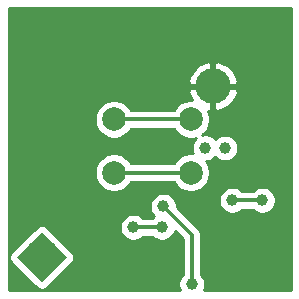
<source format=gbr>
G04 #@! TF.GenerationSoftware,KiCad,Pcbnew,(5.1.2)-1*
G04 #@! TF.CreationDate,2019-08-24T00:01:25+03:00*
G04 #@! TF.ProjectId,PomodoroTomatoTimer,506f6d6f-646f-4726-9f54-6f6d61746f54,rev?*
G04 #@! TF.SameCoordinates,Original*
G04 #@! TF.FileFunction,Copper,L2,Bot*
G04 #@! TF.FilePolarity,Positive*
%FSLAX46Y46*%
G04 Gerber Fmt 4.6, Leading zero omitted, Abs format (unit mm)*
G04 Created by KiCad (PCBNEW (5.1.2)-1) date 2019-08-24 00:01:25*
%MOMM*%
%LPD*%
G04 APERTURE LIST*
%ADD10C,2.000000*%
%ADD11C,3.000000*%
%ADD12C,0.100000*%
%ADD13C,1.000000*%
%ADD14C,0.800000*%
%ADD15C,0.300000*%
%ADD16C,0.254000*%
G04 APERTURE END LIST*
D10*
X136652000Y-90860000D03*
X136652000Y-86360000D03*
X143152000Y-90860000D03*
X143152000Y-86360000D03*
D11*
X145044618Y-83555382D03*
X130556000Y-98044000D03*
D12*
G36*
X130556000Y-100165320D02*
G01*
X128434680Y-98044000D01*
X130556000Y-95922680D01*
X132677320Y-98044000D01*
X130556000Y-100165320D01*
X130556000Y-100165320D01*
G37*
D13*
X143256000Y-100330000D03*
X140843000Y-93726000D03*
X128270000Y-100330000D03*
X150876000Y-100076000D03*
X140589000Y-83693000D03*
X141351000Y-100330000D03*
X145542000Y-95123000D03*
X131572000Y-93345000D03*
X131572000Y-91313000D03*
X128445500Y-78310500D03*
D14*
X131953000Y-100330000D03*
D13*
X147828000Y-100203000D03*
X146061000Y-88784000D03*
X146685000Y-93218000D03*
X149225000Y-93218000D03*
X138303000Y-95504000D03*
X140716000Y-95504000D03*
X144399000Y-88773000D03*
D15*
X143256000Y-100330000D02*
X143256000Y-96139000D01*
X143256000Y-96139000D02*
X140843000Y-93726000D01*
X143152000Y-86360000D02*
X136652000Y-86360000D01*
X146685000Y-93218000D02*
X149225000Y-93218000D01*
X140716000Y-95504000D02*
X138303000Y-95504000D01*
X136652000Y-90860000D02*
X143152000Y-90860000D01*
D16*
G36*
X151618070Y-100838000D02*
G01*
X144274095Y-100838000D01*
X144347383Y-100661067D01*
X144391000Y-100441788D01*
X144391000Y-100218212D01*
X144347383Y-99998933D01*
X144261824Y-99792376D01*
X144137612Y-99606480D01*
X144041000Y-99509868D01*
X144041000Y-96177552D01*
X144044797Y-96138999D01*
X144041000Y-96100446D01*
X144041000Y-96100439D01*
X144029641Y-95985113D01*
X143984754Y-95837140D01*
X143911862Y-95700767D01*
X143813764Y-95581236D01*
X143783816Y-95556658D01*
X141978000Y-93750843D01*
X141978000Y-93614212D01*
X141934383Y-93394933D01*
X141848824Y-93188376D01*
X141793924Y-93106212D01*
X145550000Y-93106212D01*
X145550000Y-93329788D01*
X145593617Y-93549067D01*
X145679176Y-93755624D01*
X145803388Y-93941520D01*
X145961480Y-94099612D01*
X146147376Y-94223824D01*
X146353933Y-94309383D01*
X146573212Y-94353000D01*
X146796788Y-94353000D01*
X147016067Y-94309383D01*
X147222624Y-94223824D01*
X147408520Y-94099612D01*
X147505132Y-94003000D01*
X148404868Y-94003000D01*
X148501480Y-94099612D01*
X148687376Y-94223824D01*
X148893933Y-94309383D01*
X149113212Y-94353000D01*
X149336788Y-94353000D01*
X149556067Y-94309383D01*
X149762624Y-94223824D01*
X149948520Y-94099612D01*
X150106612Y-93941520D01*
X150230824Y-93755624D01*
X150316383Y-93549067D01*
X150360000Y-93329788D01*
X150360000Y-93106212D01*
X150316383Y-92886933D01*
X150230824Y-92680376D01*
X150106612Y-92494480D01*
X149948520Y-92336388D01*
X149762624Y-92212176D01*
X149556067Y-92126617D01*
X149336788Y-92083000D01*
X149113212Y-92083000D01*
X148893933Y-92126617D01*
X148687376Y-92212176D01*
X148501480Y-92336388D01*
X148404868Y-92433000D01*
X147505132Y-92433000D01*
X147408520Y-92336388D01*
X147222624Y-92212176D01*
X147016067Y-92126617D01*
X146796788Y-92083000D01*
X146573212Y-92083000D01*
X146353933Y-92126617D01*
X146147376Y-92212176D01*
X145961480Y-92336388D01*
X145803388Y-92494480D01*
X145679176Y-92680376D01*
X145593617Y-92886933D01*
X145550000Y-93106212D01*
X141793924Y-93106212D01*
X141724612Y-93002480D01*
X141566520Y-92844388D01*
X141380624Y-92720176D01*
X141174067Y-92634617D01*
X140954788Y-92591000D01*
X140731212Y-92591000D01*
X140511933Y-92634617D01*
X140305376Y-92720176D01*
X140119480Y-92844388D01*
X139961388Y-93002480D01*
X139837176Y-93188376D01*
X139751617Y-93394933D01*
X139708000Y-93614212D01*
X139708000Y-93837788D01*
X139751617Y-94057067D01*
X139837176Y-94263624D01*
X139961388Y-94449520D01*
X140077468Y-94565600D01*
X139992480Y-94622388D01*
X139895868Y-94719000D01*
X139123132Y-94719000D01*
X139026520Y-94622388D01*
X138840624Y-94498176D01*
X138634067Y-94412617D01*
X138414788Y-94369000D01*
X138191212Y-94369000D01*
X137971933Y-94412617D01*
X137765376Y-94498176D01*
X137579480Y-94622388D01*
X137421388Y-94780480D01*
X137297176Y-94966376D01*
X137211617Y-95172933D01*
X137168000Y-95392212D01*
X137168000Y-95615788D01*
X137211617Y-95835067D01*
X137297176Y-96041624D01*
X137421388Y-96227520D01*
X137579480Y-96385612D01*
X137765376Y-96509824D01*
X137971933Y-96595383D01*
X138191212Y-96639000D01*
X138414788Y-96639000D01*
X138634067Y-96595383D01*
X138840624Y-96509824D01*
X139026520Y-96385612D01*
X139123132Y-96289000D01*
X139895868Y-96289000D01*
X139992480Y-96385612D01*
X140178376Y-96509824D01*
X140384933Y-96595383D01*
X140604212Y-96639000D01*
X140827788Y-96639000D01*
X141047067Y-96595383D01*
X141253624Y-96509824D01*
X141439520Y-96385612D01*
X141597612Y-96227520D01*
X141721824Y-96041624D01*
X141807383Y-95835067D01*
X141813111Y-95806269D01*
X142471001Y-96464159D01*
X142471000Y-99509868D01*
X142374388Y-99606480D01*
X142250176Y-99792376D01*
X142164617Y-99998933D01*
X142121000Y-100218212D01*
X142121000Y-100441788D01*
X142164617Y-100661067D01*
X142237905Y-100838000D01*
X127742070Y-100838000D01*
X127742070Y-98044000D01*
X127796608Y-98044000D01*
X127808868Y-98168482D01*
X127845178Y-98288180D01*
X127904143Y-98398494D01*
X127983495Y-98495185D01*
X130104815Y-100616505D01*
X130201506Y-100695857D01*
X130311820Y-100754822D01*
X130431518Y-100791132D01*
X130556000Y-100803392D01*
X130680482Y-100791132D01*
X130800180Y-100754822D01*
X130910494Y-100695857D01*
X131007185Y-100616505D01*
X133128505Y-98495185D01*
X133207857Y-98398494D01*
X133266822Y-98288180D01*
X133303132Y-98168482D01*
X133315392Y-98044000D01*
X133303132Y-97919518D01*
X133266822Y-97799820D01*
X133207857Y-97689506D01*
X133128505Y-97592815D01*
X131007185Y-95471495D01*
X130910494Y-95392143D01*
X130800180Y-95333178D01*
X130680482Y-95296868D01*
X130556000Y-95284608D01*
X130431518Y-95296868D01*
X130311820Y-95333178D01*
X130201506Y-95392143D01*
X130104815Y-95471495D01*
X127983495Y-97592815D01*
X127904143Y-97689506D01*
X127845178Y-97799820D01*
X127808868Y-97919518D01*
X127796608Y-98044000D01*
X127742070Y-98044000D01*
X127742070Y-86198967D01*
X135017000Y-86198967D01*
X135017000Y-86521033D01*
X135079832Y-86836912D01*
X135203082Y-87134463D01*
X135382013Y-87402252D01*
X135609748Y-87629987D01*
X135877537Y-87808918D01*
X136175088Y-87932168D01*
X136490967Y-87995000D01*
X136813033Y-87995000D01*
X137128912Y-87932168D01*
X137426463Y-87808918D01*
X137694252Y-87629987D01*
X137921987Y-87402252D01*
X138093877Y-87145000D01*
X141710123Y-87145000D01*
X141882013Y-87402252D01*
X142109748Y-87629987D01*
X142377537Y-87808918D01*
X142675088Y-87932168D01*
X142990967Y-87995000D01*
X143313033Y-87995000D01*
X143628912Y-87932168D01*
X143638793Y-87928075D01*
X143517388Y-88049480D01*
X143393176Y-88235376D01*
X143307617Y-88441933D01*
X143264000Y-88661212D01*
X143264000Y-88884788D01*
X143307617Y-89104067D01*
X143361721Y-89234685D01*
X143313033Y-89225000D01*
X142990967Y-89225000D01*
X142675088Y-89287832D01*
X142377537Y-89411082D01*
X142109748Y-89590013D01*
X141882013Y-89817748D01*
X141710123Y-90075000D01*
X138093877Y-90075000D01*
X137921987Y-89817748D01*
X137694252Y-89590013D01*
X137426463Y-89411082D01*
X137128912Y-89287832D01*
X136813033Y-89225000D01*
X136490967Y-89225000D01*
X136175088Y-89287832D01*
X135877537Y-89411082D01*
X135609748Y-89590013D01*
X135382013Y-89817748D01*
X135203082Y-90085537D01*
X135079832Y-90383088D01*
X135017000Y-90698967D01*
X135017000Y-91021033D01*
X135079832Y-91336912D01*
X135203082Y-91634463D01*
X135382013Y-91902252D01*
X135609748Y-92129987D01*
X135877537Y-92308918D01*
X136175088Y-92432168D01*
X136490967Y-92495000D01*
X136813033Y-92495000D01*
X137128912Y-92432168D01*
X137426463Y-92308918D01*
X137694252Y-92129987D01*
X137921987Y-91902252D01*
X138093877Y-91645000D01*
X141710123Y-91645000D01*
X141882013Y-91902252D01*
X142109748Y-92129987D01*
X142377537Y-92308918D01*
X142675088Y-92432168D01*
X142990967Y-92495000D01*
X143313033Y-92495000D01*
X143628912Y-92432168D01*
X143926463Y-92308918D01*
X144194252Y-92129987D01*
X144421987Y-91902252D01*
X144600918Y-91634463D01*
X144724168Y-91336912D01*
X144787000Y-91021033D01*
X144787000Y-90698967D01*
X144724168Y-90383088D01*
X144600918Y-90085537D01*
X144482291Y-89908000D01*
X144510788Y-89908000D01*
X144730067Y-89864383D01*
X144936624Y-89778824D01*
X145122520Y-89654612D01*
X145224500Y-89552632D01*
X145337480Y-89665612D01*
X145523376Y-89789824D01*
X145729933Y-89875383D01*
X145949212Y-89919000D01*
X146172788Y-89919000D01*
X146392067Y-89875383D01*
X146598624Y-89789824D01*
X146784520Y-89665612D01*
X146942612Y-89507520D01*
X147066824Y-89321624D01*
X147152383Y-89115067D01*
X147196000Y-88895788D01*
X147196000Y-88672212D01*
X147152383Y-88452933D01*
X147066824Y-88246376D01*
X146942612Y-88060480D01*
X146784520Y-87902388D01*
X146598624Y-87778176D01*
X146392067Y-87692617D01*
X146172788Y-87649000D01*
X145949212Y-87649000D01*
X145729933Y-87692617D01*
X145523376Y-87778176D01*
X145337480Y-87902388D01*
X145235500Y-88004368D01*
X145122520Y-87891388D01*
X144936624Y-87767176D01*
X144730067Y-87681617D01*
X144510788Y-87638000D01*
X144287212Y-87638000D01*
X144137773Y-87667725D01*
X144194252Y-87629987D01*
X144421987Y-87402252D01*
X144600918Y-87134463D01*
X144724168Y-86836912D01*
X144787000Y-86521033D01*
X144787000Y-86198967D01*
X144724168Y-85883088D01*
X144622539Y-85637734D01*
X144917618Y-85537898D01*
X144917618Y-83861990D01*
X145030477Y-83749131D01*
X144963728Y-83682382D01*
X145171618Y-83682382D01*
X145171618Y-85537898D01*
X145505069Y-85650717D01*
X145905001Y-85520626D01*
X146271869Y-85315012D01*
X146591574Y-85041776D01*
X146851831Y-84711419D01*
X147042638Y-84336636D01*
X147139953Y-84015833D01*
X147027134Y-83682382D01*
X145171618Y-83682382D01*
X144963728Y-83682382D01*
X144850869Y-83569523D01*
X144738010Y-83682382D01*
X143062102Y-83682382D01*
X142949283Y-84015833D01*
X143079374Y-84415765D01*
X143252687Y-84725000D01*
X142990967Y-84725000D01*
X142675088Y-84787832D01*
X142377537Y-84911082D01*
X142109748Y-85090013D01*
X141882013Y-85317748D01*
X141710123Y-85575000D01*
X138093877Y-85575000D01*
X137921987Y-85317748D01*
X137694252Y-85090013D01*
X137426463Y-84911082D01*
X137128912Y-84787832D01*
X136813033Y-84725000D01*
X136490967Y-84725000D01*
X136175088Y-84787832D01*
X135877537Y-84911082D01*
X135609748Y-85090013D01*
X135382013Y-85317748D01*
X135203082Y-85585537D01*
X135079832Y-85883088D01*
X135017000Y-86198967D01*
X127742070Y-86198967D01*
X127742070Y-83094931D01*
X142949283Y-83094931D01*
X143062102Y-83428382D01*
X144917618Y-83428382D01*
X144917618Y-81572866D01*
X145171618Y-81572866D01*
X145171618Y-83428382D01*
X147027134Y-83428382D01*
X147139953Y-83094931D01*
X147009862Y-82694999D01*
X146804248Y-82328131D01*
X146531012Y-82008426D01*
X146200655Y-81748169D01*
X145825872Y-81557362D01*
X145505069Y-81460047D01*
X145171618Y-81572866D01*
X144917618Y-81572866D01*
X144584167Y-81460047D01*
X144184235Y-81590138D01*
X143817367Y-81795752D01*
X143497662Y-82068988D01*
X143237405Y-82399345D01*
X143046598Y-82774128D01*
X142949283Y-83094931D01*
X127742070Y-83094931D01*
X127742070Y-76962000D01*
X151618070Y-76962000D01*
X151618070Y-100838000D01*
X151618070Y-100838000D01*
G37*
X151618070Y-100838000D02*
X144274095Y-100838000D01*
X144347383Y-100661067D01*
X144391000Y-100441788D01*
X144391000Y-100218212D01*
X144347383Y-99998933D01*
X144261824Y-99792376D01*
X144137612Y-99606480D01*
X144041000Y-99509868D01*
X144041000Y-96177552D01*
X144044797Y-96138999D01*
X144041000Y-96100446D01*
X144041000Y-96100439D01*
X144029641Y-95985113D01*
X143984754Y-95837140D01*
X143911862Y-95700767D01*
X143813764Y-95581236D01*
X143783816Y-95556658D01*
X141978000Y-93750843D01*
X141978000Y-93614212D01*
X141934383Y-93394933D01*
X141848824Y-93188376D01*
X141793924Y-93106212D01*
X145550000Y-93106212D01*
X145550000Y-93329788D01*
X145593617Y-93549067D01*
X145679176Y-93755624D01*
X145803388Y-93941520D01*
X145961480Y-94099612D01*
X146147376Y-94223824D01*
X146353933Y-94309383D01*
X146573212Y-94353000D01*
X146796788Y-94353000D01*
X147016067Y-94309383D01*
X147222624Y-94223824D01*
X147408520Y-94099612D01*
X147505132Y-94003000D01*
X148404868Y-94003000D01*
X148501480Y-94099612D01*
X148687376Y-94223824D01*
X148893933Y-94309383D01*
X149113212Y-94353000D01*
X149336788Y-94353000D01*
X149556067Y-94309383D01*
X149762624Y-94223824D01*
X149948520Y-94099612D01*
X150106612Y-93941520D01*
X150230824Y-93755624D01*
X150316383Y-93549067D01*
X150360000Y-93329788D01*
X150360000Y-93106212D01*
X150316383Y-92886933D01*
X150230824Y-92680376D01*
X150106612Y-92494480D01*
X149948520Y-92336388D01*
X149762624Y-92212176D01*
X149556067Y-92126617D01*
X149336788Y-92083000D01*
X149113212Y-92083000D01*
X148893933Y-92126617D01*
X148687376Y-92212176D01*
X148501480Y-92336388D01*
X148404868Y-92433000D01*
X147505132Y-92433000D01*
X147408520Y-92336388D01*
X147222624Y-92212176D01*
X147016067Y-92126617D01*
X146796788Y-92083000D01*
X146573212Y-92083000D01*
X146353933Y-92126617D01*
X146147376Y-92212176D01*
X145961480Y-92336388D01*
X145803388Y-92494480D01*
X145679176Y-92680376D01*
X145593617Y-92886933D01*
X145550000Y-93106212D01*
X141793924Y-93106212D01*
X141724612Y-93002480D01*
X141566520Y-92844388D01*
X141380624Y-92720176D01*
X141174067Y-92634617D01*
X140954788Y-92591000D01*
X140731212Y-92591000D01*
X140511933Y-92634617D01*
X140305376Y-92720176D01*
X140119480Y-92844388D01*
X139961388Y-93002480D01*
X139837176Y-93188376D01*
X139751617Y-93394933D01*
X139708000Y-93614212D01*
X139708000Y-93837788D01*
X139751617Y-94057067D01*
X139837176Y-94263624D01*
X139961388Y-94449520D01*
X140077468Y-94565600D01*
X139992480Y-94622388D01*
X139895868Y-94719000D01*
X139123132Y-94719000D01*
X139026520Y-94622388D01*
X138840624Y-94498176D01*
X138634067Y-94412617D01*
X138414788Y-94369000D01*
X138191212Y-94369000D01*
X137971933Y-94412617D01*
X137765376Y-94498176D01*
X137579480Y-94622388D01*
X137421388Y-94780480D01*
X137297176Y-94966376D01*
X137211617Y-95172933D01*
X137168000Y-95392212D01*
X137168000Y-95615788D01*
X137211617Y-95835067D01*
X137297176Y-96041624D01*
X137421388Y-96227520D01*
X137579480Y-96385612D01*
X137765376Y-96509824D01*
X137971933Y-96595383D01*
X138191212Y-96639000D01*
X138414788Y-96639000D01*
X138634067Y-96595383D01*
X138840624Y-96509824D01*
X139026520Y-96385612D01*
X139123132Y-96289000D01*
X139895868Y-96289000D01*
X139992480Y-96385612D01*
X140178376Y-96509824D01*
X140384933Y-96595383D01*
X140604212Y-96639000D01*
X140827788Y-96639000D01*
X141047067Y-96595383D01*
X141253624Y-96509824D01*
X141439520Y-96385612D01*
X141597612Y-96227520D01*
X141721824Y-96041624D01*
X141807383Y-95835067D01*
X141813111Y-95806269D01*
X142471001Y-96464159D01*
X142471000Y-99509868D01*
X142374388Y-99606480D01*
X142250176Y-99792376D01*
X142164617Y-99998933D01*
X142121000Y-100218212D01*
X142121000Y-100441788D01*
X142164617Y-100661067D01*
X142237905Y-100838000D01*
X127742070Y-100838000D01*
X127742070Y-98044000D01*
X127796608Y-98044000D01*
X127808868Y-98168482D01*
X127845178Y-98288180D01*
X127904143Y-98398494D01*
X127983495Y-98495185D01*
X130104815Y-100616505D01*
X130201506Y-100695857D01*
X130311820Y-100754822D01*
X130431518Y-100791132D01*
X130556000Y-100803392D01*
X130680482Y-100791132D01*
X130800180Y-100754822D01*
X130910494Y-100695857D01*
X131007185Y-100616505D01*
X133128505Y-98495185D01*
X133207857Y-98398494D01*
X133266822Y-98288180D01*
X133303132Y-98168482D01*
X133315392Y-98044000D01*
X133303132Y-97919518D01*
X133266822Y-97799820D01*
X133207857Y-97689506D01*
X133128505Y-97592815D01*
X131007185Y-95471495D01*
X130910494Y-95392143D01*
X130800180Y-95333178D01*
X130680482Y-95296868D01*
X130556000Y-95284608D01*
X130431518Y-95296868D01*
X130311820Y-95333178D01*
X130201506Y-95392143D01*
X130104815Y-95471495D01*
X127983495Y-97592815D01*
X127904143Y-97689506D01*
X127845178Y-97799820D01*
X127808868Y-97919518D01*
X127796608Y-98044000D01*
X127742070Y-98044000D01*
X127742070Y-86198967D01*
X135017000Y-86198967D01*
X135017000Y-86521033D01*
X135079832Y-86836912D01*
X135203082Y-87134463D01*
X135382013Y-87402252D01*
X135609748Y-87629987D01*
X135877537Y-87808918D01*
X136175088Y-87932168D01*
X136490967Y-87995000D01*
X136813033Y-87995000D01*
X137128912Y-87932168D01*
X137426463Y-87808918D01*
X137694252Y-87629987D01*
X137921987Y-87402252D01*
X138093877Y-87145000D01*
X141710123Y-87145000D01*
X141882013Y-87402252D01*
X142109748Y-87629987D01*
X142377537Y-87808918D01*
X142675088Y-87932168D01*
X142990967Y-87995000D01*
X143313033Y-87995000D01*
X143628912Y-87932168D01*
X143638793Y-87928075D01*
X143517388Y-88049480D01*
X143393176Y-88235376D01*
X143307617Y-88441933D01*
X143264000Y-88661212D01*
X143264000Y-88884788D01*
X143307617Y-89104067D01*
X143361721Y-89234685D01*
X143313033Y-89225000D01*
X142990967Y-89225000D01*
X142675088Y-89287832D01*
X142377537Y-89411082D01*
X142109748Y-89590013D01*
X141882013Y-89817748D01*
X141710123Y-90075000D01*
X138093877Y-90075000D01*
X137921987Y-89817748D01*
X137694252Y-89590013D01*
X137426463Y-89411082D01*
X137128912Y-89287832D01*
X136813033Y-89225000D01*
X136490967Y-89225000D01*
X136175088Y-89287832D01*
X135877537Y-89411082D01*
X135609748Y-89590013D01*
X135382013Y-89817748D01*
X135203082Y-90085537D01*
X135079832Y-90383088D01*
X135017000Y-90698967D01*
X135017000Y-91021033D01*
X135079832Y-91336912D01*
X135203082Y-91634463D01*
X135382013Y-91902252D01*
X135609748Y-92129987D01*
X135877537Y-92308918D01*
X136175088Y-92432168D01*
X136490967Y-92495000D01*
X136813033Y-92495000D01*
X137128912Y-92432168D01*
X137426463Y-92308918D01*
X137694252Y-92129987D01*
X137921987Y-91902252D01*
X138093877Y-91645000D01*
X141710123Y-91645000D01*
X141882013Y-91902252D01*
X142109748Y-92129987D01*
X142377537Y-92308918D01*
X142675088Y-92432168D01*
X142990967Y-92495000D01*
X143313033Y-92495000D01*
X143628912Y-92432168D01*
X143926463Y-92308918D01*
X144194252Y-92129987D01*
X144421987Y-91902252D01*
X144600918Y-91634463D01*
X144724168Y-91336912D01*
X144787000Y-91021033D01*
X144787000Y-90698967D01*
X144724168Y-90383088D01*
X144600918Y-90085537D01*
X144482291Y-89908000D01*
X144510788Y-89908000D01*
X144730067Y-89864383D01*
X144936624Y-89778824D01*
X145122520Y-89654612D01*
X145224500Y-89552632D01*
X145337480Y-89665612D01*
X145523376Y-89789824D01*
X145729933Y-89875383D01*
X145949212Y-89919000D01*
X146172788Y-89919000D01*
X146392067Y-89875383D01*
X146598624Y-89789824D01*
X146784520Y-89665612D01*
X146942612Y-89507520D01*
X147066824Y-89321624D01*
X147152383Y-89115067D01*
X147196000Y-88895788D01*
X147196000Y-88672212D01*
X147152383Y-88452933D01*
X147066824Y-88246376D01*
X146942612Y-88060480D01*
X146784520Y-87902388D01*
X146598624Y-87778176D01*
X146392067Y-87692617D01*
X146172788Y-87649000D01*
X145949212Y-87649000D01*
X145729933Y-87692617D01*
X145523376Y-87778176D01*
X145337480Y-87902388D01*
X145235500Y-88004368D01*
X145122520Y-87891388D01*
X144936624Y-87767176D01*
X144730067Y-87681617D01*
X144510788Y-87638000D01*
X144287212Y-87638000D01*
X144137773Y-87667725D01*
X144194252Y-87629987D01*
X144421987Y-87402252D01*
X144600918Y-87134463D01*
X144724168Y-86836912D01*
X144787000Y-86521033D01*
X144787000Y-86198967D01*
X144724168Y-85883088D01*
X144622539Y-85637734D01*
X144917618Y-85537898D01*
X144917618Y-83861990D01*
X145030477Y-83749131D01*
X144963728Y-83682382D01*
X145171618Y-83682382D01*
X145171618Y-85537898D01*
X145505069Y-85650717D01*
X145905001Y-85520626D01*
X146271869Y-85315012D01*
X146591574Y-85041776D01*
X146851831Y-84711419D01*
X147042638Y-84336636D01*
X147139953Y-84015833D01*
X147027134Y-83682382D01*
X145171618Y-83682382D01*
X144963728Y-83682382D01*
X144850869Y-83569523D01*
X144738010Y-83682382D01*
X143062102Y-83682382D01*
X142949283Y-84015833D01*
X143079374Y-84415765D01*
X143252687Y-84725000D01*
X142990967Y-84725000D01*
X142675088Y-84787832D01*
X142377537Y-84911082D01*
X142109748Y-85090013D01*
X141882013Y-85317748D01*
X141710123Y-85575000D01*
X138093877Y-85575000D01*
X137921987Y-85317748D01*
X137694252Y-85090013D01*
X137426463Y-84911082D01*
X137128912Y-84787832D01*
X136813033Y-84725000D01*
X136490967Y-84725000D01*
X136175088Y-84787832D01*
X135877537Y-84911082D01*
X135609748Y-85090013D01*
X135382013Y-85317748D01*
X135203082Y-85585537D01*
X135079832Y-85883088D01*
X135017000Y-86198967D01*
X127742070Y-86198967D01*
X127742070Y-83094931D01*
X142949283Y-83094931D01*
X143062102Y-83428382D01*
X144917618Y-83428382D01*
X144917618Y-81572866D01*
X145171618Y-81572866D01*
X145171618Y-83428382D01*
X147027134Y-83428382D01*
X147139953Y-83094931D01*
X147009862Y-82694999D01*
X146804248Y-82328131D01*
X146531012Y-82008426D01*
X146200655Y-81748169D01*
X145825872Y-81557362D01*
X145505069Y-81460047D01*
X145171618Y-81572866D01*
X144917618Y-81572866D01*
X144584167Y-81460047D01*
X144184235Y-81590138D01*
X143817367Y-81795752D01*
X143497662Y-82068988D01*
X143237405Y-82399345D01*
X143046598Y-82774128D01*
X142949283Y-83094931D01*
X127742070Y-83094931D01*
X127742070Y-76962000D01*
X151618070Y-76962000D01*
X151618070Y-100838000D01*
M02*

</source>
